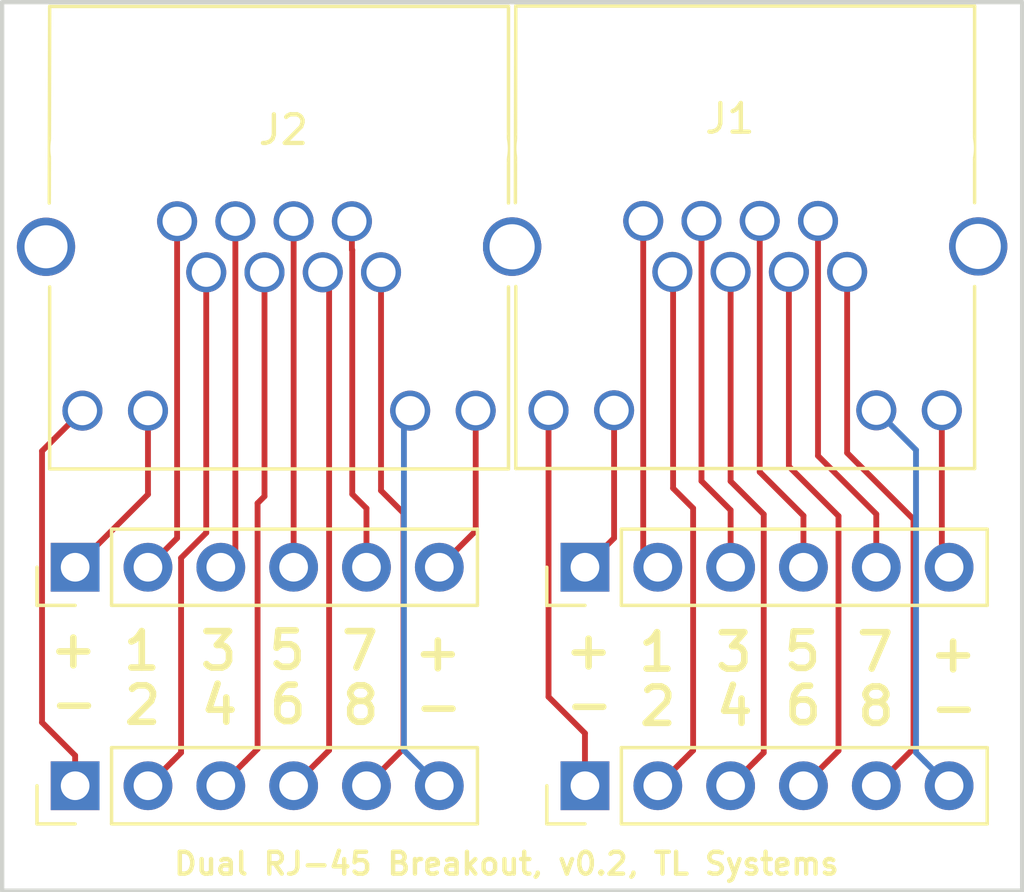
<source format=kicad_pcb>
(kicad_pcb (version 4) (host pcbnew 4.0.6)

  (general
    (links 24)
    (no_connects 0)
    (area 124.384999 87.554999 160.095001 118.693001)
    (thickness 1.6)
    (drawings 29)
    (tracks 84)
    (zones 0)
    (modules 6)
    (nets 25)
  )

  (page A4)
  (title_block
    (title "Dual RJ-45 Breakout")
    (date 2017-12-15)
    (rev 0.2)
    (company "TL Systems")
  )

  (layers
    (0 F.Cu signal)
    (31 B.Cu signal)
    (32 B.Adhes user)
    (33 F.Adhes user)
    (34 B.Paste user)
    (35 F.Paste user)
    (36 B.SilkS user)
    (37 F.SilkS user)
    (38 B.Mask user)
    (39 F.Mask user)
    (40 Dwgs.User user)
    (41 Cmts.User user)
    (42 Eco1.User user)
    (43 Eco2.User user)
    (44 Edge.Cuts user)
    (45 Margin user)
    (46 B.CrtYd user)
    (47 F.CrtYd user)
    (48 B.Fab user)
    (49 F.Fab user)
  )

  (setup
    (last_trace_width 0.2032)
    (user_trace_width 0.1524)
    (trace_clearance 0.2032)
    (zone_clearance 0.508)
    (zone_45_only no)
    (trace_min 0.1524)
    (segment_width 0.2)
    (edge_width 0.15)
    (via_size 6.096)
    (via_drill 4.064)
    (via_min_size 0.4318)
    (via_min_drill 0.3)
    (uvia_size 0.3)
    (uvia_drill 0.1)
    (uvias_allowed no)
    (uvia_min_size 0.2)
    (uvia_min_drill 0.1)
    (pcb_text_width 0.3)
    (pcb_text_size 1.5 1.5)
    (mod_edge_width 0.15)
    (mod_text_size 1 1)
    (mod_text_width 0.15)
    (pad_size 1.524 1.524)
    (pad_drill 0.762)
    (pad_to_mask_clearance 0.2)
    (aux_axis_origin 0 0)
    (visible_elements 7FFFFFFF)
    (pcbplotparams
      (layerselection 0x010fc_80000001)
      (usegerberextensions false)
      (excludeedgelayer true)
      (linewidth 0.101600)
      (plotframeref false)
      (viasonmask false)
      (mode 1)
      (useauxorigin false)
      (hpglpennumber 1)
      (hpglpenspeed 20)
      (hpglpendiameter 15)
      (hpglpenoverlay 2)
      (psnegative false)
      (psa4output false)
      (plotreference true)
      (plotvalue true)
      (plotinvisibletext false)
      (padsonsilk false)
      (subtractmaskfromsilk false)
      (outputformat 1)
      (mirror false)
      (drillshape 0)
      (scaleselection 1)
      (outputdirectory gerbers/))
  )

  (net 0 "")
  (net 1 "Net-(J1-Pad9)")
  (net 2 "Net-(J1-Pad10)")
  (net 3 "Net-(J1-Pad11)")
  (net 4 "Net-(J1-Pad12)")
  (net 5 "Net-(J1-Pad8)")
  (net 6 "Net-(J1-Pad6)")
  (net 7 "Net-(J1-Pad4)")
  (net 8 "Net-(J1-Pad2)")
  (net 9 "Net-(J1-Pad5)")
  (net 10 "Net-(J1-Pad3)")
  (net 11 "Net-(J1-Pad7)")
  (net 12 "Net-(J1-Pad1)")
  (net 13 "Net-(J2-Pad9)")
  (net 14 "Net-(J2-Pad10)")
  (net 15 "Net-(J2-Pad11)")
  (net 16 "Net-(J2-Pad12)")
  (net 17 "Net-(J2-Pad8)")
  (net 18 "Net-(J2-Pad6)")
  (net 19 "Net-(J2-Pad4)")
  (net 20 "Net-(J2-Pad2)")
  (net 21 "Net-(J2-Pad5)")
  (net 22 "Net-(J2-Pad3)")
  (net 23 "Net-(J2-Pad7)")
  (net 24 "Net-(J2-Pad1)")

  (net_class Default "This is the default net class."
    (clearance 0.2032)
    (trace_width 0.2032)
    (via_dia 6.096)
    (via_drill 4.064)
    (uvia_dia 0.3)
    (uvia_drill 0.1)
    (add_net "Net-(J1-Pad1)")
    (add_net "Net-(J1-Pad10)")
    (add_net "Net-(J1-Pad11)")
    (add_net "Net-(J1-Pad12)")
    (add_net "Net-(J1-Pad2)")
    (add_net "Net-(J1-Pad3)")
    (add_net "Net-(J1-Pad4)")
    (add_net "Net-(J1-Pad5)")
    (add_net "Net-(J1-Pad6)")
    (add_net "Net-(J1-Pad7)")
    (add_net "Net-(J1-Pad8)")
    (add_net "Net-(J1-Pad9)")
    (add_net "Net-(J2-Pad1)")
    (add_net "Net-(J2-Pad10)")
    (add_net "Net-(J2-Pad11)")
    (add_net "Net-(J2-Pad12)")
    (add_net "Net-(J2-Pad2)")
    (add_net "Net-(J2-Pad3)")
    (add_net "Net-(J2-Pad4)")
    (add_net "Net-(J2-Pad5)")
    (add_net "Net-(J2-Pad6)")
    (add_net "Net-(J2-Pad7)")
    (add_net "Net-(J2-Pad8)")
    (add_net "Net-(J2-Pad9)")
  )

  (module BreakoutBoards:RJ45_POE_wLEDs (layer F.Cu) (tedit 5A25E398) (tstamp 5A25F61E)
    (at 140.594619 85.493983 180)
    (descr "mod. jack, ethernet, 8P8C, RJ45 connector, 2 leds, shielded")
    (tags "RJHSE538X 8P8C RJ45 ethernet jack")
    (path /5A25F9A9)
    (fp_text reference J2 (at 6.1976 0.6477 360) (layer F.SilkS)
      (effects (font (size 1 1) (thickness 0.15)))
    )
    (fp_text value RJ45_POE_wLEDS (at 6.5405 3.302 360) (layer F.Fab)
      (effects (font (size 1 1) (thickness 0.15)))
    )
    (fp_line (start 14.478 5.08) (end 14.478 -11.303) (layer F.CrtYd) (width 0.05))
    (fp_line (start 14.478 -11.303) (end -1.778 -11.303) (layer F.CrtYd) (width 0.05))
    (fp_line (start -1.778 -11.303) (end -1.778 5.08) (layer F.CrtYd) (width 0.05))
    (fp_line (start -1.778 5.08) (end 14.478 5.08) (layer F.CrtYd) (width 0.05))
    (fp_line (start -1.651 -11.176) (end -1.651 -4.826) (layer F.SilkS) (width 0.12))
    (fp_line (start 14.351 -11.176) (end 14.351 -4.826) (layer F.SilkS) (width 0.12))
    (fp_line (start -1.651 4.953) (end 14.351 4.953) (layer F.SilkS) (width 0.12))
    (fp_line (start -1.651 4.953) (end -1.651 -1.905) (layer F.SilkS) (width 0.12))
    (fp_line (start 14.351 4.953) (end 14.3637 -1.905) (layer F.SilkS) (width 0.12))
    (fp_line (start -1.651 -11.176) (end 14.351 -11.176) (layer F.SilkS) (width 0.12))
    (pad 9 thru_hole circle (at 13.208 -9.144) (size 1.397 1.397) (drill 1.016) (layers *.Cu *.Mask)
      (net 13 "Net-(J2-Pad9)"))
    (pad 10 thru_hole circle (at 10.922 -9.144) (size 1.397 1.397) (drill 1.016) (layers *.Cu *.Mask)
      (net 14 "Net-(J2-Pad10)"))
    (pad 11 thru_hole circle (at 1.778 -9.144) (size 1.397 1.397) (drill 1.016) (layers *.Cu *.Mask)
      (net 15 "Net-(J2-Pad11)"))
    (pad 12 thru_hole circle (at -0.508 -9.144) (size 1.397 1.397) (drill 1.016) (layers *.Cu *.Mask)
      (net 16 "Net-(J2-Pad12)"))
    (pad 8 thru_hole circle (at 2.794 -4.318) (size 1.397 1.397) (drill 1.016) (layers *.Cu *.Mask)
      (net 17 "Net-(J2-Pad8)"))
    (pad 6 thru_hole circle (at 4.826 -4.318) (size 1.397 1.397) (drill 1.016) (layers *.Cu *.Mask)
      (net 18 "Net-(J2-Pad6)"))
    (pad 4 thru_hole circle (at 6.858 -4.318) (size 1.397 1.397) (drill 1.016) (layers *.Cu *.Mask)
      (net 19 "Net-(J2-Pad4)"))
    (pad 2 thru_hole circle (at 8.89 -4.318) (size 1.397 1.397) (drill 1.016) (layers *.Cu *.Mask)
      (net 20 "Net-(J2-Pad2)"))
    (pad 5 thru_hole circle (at 5.842 -2.54) (size 1.397 1.397) (drill 1.016) (layers *.Cu *.Mask)
      (net 21 "Net-(J2-Pad5)"))
    (pad 3 thru_hole circle (at 7.874 -2.54) (size 1.397 1.397) (drill 1.016) (layers *.Cu *.Mask)
      (net 22 "Net-(J2-Pad3)"))
    (pad 7 thru_hole circle (at 3.81 -2.54) (size 1.397 1.397) (drill 1.016) (layers *.Cu *.Mask)
      (net 23 "Net-(J2-Pad7)"))
    (pad 1 thru_hole circle (at 9.906 -2.54) (size 1.397 1.397) (drill 1.016) (layers *.Cu *.Mask)
      (net 24 "Net-(J2-Pad1)"))
    (pad "" np_thru_hole circle (at 12.7 0) (size 3.2512 3.2512) (drill 3.2512) (layers *.Cu *.Mask))
    (pad "" np_thru_hole circle (at 0 0) (size 3.2512 3.2512) (drill 3.2512) (layers *.Cu *.Mask))
    (pad 13 thru_hole circle (at 14.478 -3.429) (size 2.032 2.032) (drill 1.5) (layers *.Cu *.Mask))
    (pad 14 thru_hole circle (at -1.778 -3.429) (size 2.032 2.032) (drill 1.5748) (layers *.Cu *.Mask))
    (model ${KISYS3DMOD}/Connectors.3dshapes/RJHSE538X.wrl
      (at (xyz 0.14 0.06 0.12))
      (scale (xyz 0.4 0.4 0.4))
      (rotate (xyz -90 0 180))
    )
  )

  (module BreakoutBoards:RJ45_POE_wLEDs (layer F.Cu) (tedit 5A25E398) (tstamp 5A25F60A)
    (at 156.850619 85.481283 180)
    (descr "mod. jack, ethernet, 8P8C, RJ45 connector, 2 leds, shielded")
    (tags "RJHSE538X 8P8C RJ45 ethernet jack")
    (path /5A258AA0)
    (fp_text reference J1 (at 6.8834 1.0287 360) (layer F.SilkS)
      (effects (font (size 1 1) (thickness 0.15)))
    )
    (fp_text value RJ45_POE_wLEDS (at 6.5405 3.302 360) (layer F.Fab)
      (effects (font (size 1 1) (thickness 0.15)))
    )
    (fp_line (start 14.478 5.08) (end 14.478 -11.303) (layer F.CrtYd) (width 0.05))
    (fp_line (start 14.478 -11.303) (end -1.778 -11.303) (layer F.CrtYd) (width 0.05))
    (fp_line (start -1.778 -11.303) (end -1.778 5.08) (layer F.CrtYd) (width 0.05))
    (fp_line (start -1.778 5.08) (end 14.478 5.08) (layer F.CrtYd) (width 0.05))
    (fp_line (start -1.651 -11.176) (end -1.651 -4.826) (layer F.SilkS) (width 0.12))
    (fp_line (start 14.351 -11.176) (end 14.351 -4.826) (layer F.SilkS) (width 0.12))
    (fp_line (start -1.651 4.953) (end 14.351 4.953) (layer F.SilkS) (width 0.12))
    (fp_line (start -1.651 4.953) (end -1.651 -1.905) (layer F.SilkS) (width 0.12))
    (fp_line (start 14.351 4.953) (end 14.3637 -1.905) (layer F.SilkS) (width 0.12))
    (fp_line (start -1.651 -11.176) (end 14.351 -11.176) (layer F.SilkS) (width 0.12))
    (pad 9 thru_hole circle (at 13.208 -9.144) (size 1.397 1.397) (drill 1.016) (layers *.Cu *.Mask)
      (net 1 "Net-(J1-Pad9)"))
    (pad 10 thru_hole circle (at 10.922 -9.144) (size 1.397 1.397) (drill 1.016) (layers *.Cu *.Mask)
      (net 2 "Net-(J1-Pad10)"))
    (pad 11 thru_hole circle (at 1.778 -9.144) (size 1.397 1.397) (drill 1.016) (layers *.Cu *.Mask)
      (net 3 "Net-(J1-Pad11)"))
    (pad 12 thru_hole circle (at -0.508 -9.144) (size 1.397 1.397) (drill 1.016) (layers *.Cu *.Mask)
      (net 4 "Net-(J1-Pad12)"))
    (pad 8 thru_hole circle (at 2.794 -4.318) (size 1.397 1.397) (drill 1.016) (layers *.Cu *.Mask)
      (net 5 "Net-(J1-Pad8)"))
    (pad 6 thru_hole circle (at 4.826 -4.318) (size 1.397 1.397) (drill 1.016) (layers *.Cu *.Mask)
      (net 6 "Net-(J1-Pad6)"))
    (pad 4 thru_hole circle (at 6.858 -4.318) (size 1.397 1.397) (drill 1.016) (layers *.Cu *.Mask)
      (net 7 "Net-(J1-Pad4)"))
    (pad 2 thru_hole circle (at 8.89 -4.318) (size 1.397 1.397) (drill 1.016) (layers *.Cu *.Mask)
      (net 8 "Net-(J1-Pad2)"))
    (pad 5 thru_hole circle (at 5.842 -2.54) (size 1.397 1.397) (drill 1.016) (layers *.Cu *.Mask)
      (net 9 "Net-(J1-Pad5)"))
    (pad 3 thru_hole circle (at 7.874 -2.54) (size 1.397 1.397) (drill 1.016) (layers *.Cu *.Mask)
      (net 10 "Net-(J1-Pad3)"))
    (pad 7 thru_hole circle (at 3.81 -2.54) (size 1.397 1.397) (drill 1.016) (layers *.Cu *.Mask)
      (net 11 "Net-(J1-Pad7)"))
    (pad 1 thru_hole circle (at 9.906 -2.54) (size 1.397 1.397) (drill 1.016) (layers *.Cu *.Mask)
      (net 12 "Net-(J1-Pad1)"))
    (pad "" np_thru_hole circle (at 12.7 0) (size 3.2512 3.2512) (drill 3.2512) (layers *.Cu *.Mask))
    (pad "" np_thru_hole circle (at 0 0) (size 3.2512 3.2512) (drill 3.2512) (layers *.Cu *.Mask))
    (pad 13 thru_hole circle (at 14.478 -3.429) (size 2.032 2.032) (drill 1.5) (layers *.Cu *.Mask))
    (pad 14 thru_hole circle (at -1.778 -3.429) (size 2.032 2.032) (drill 1.5748) (layers *.Cu *.Mask))
    (model ${KISYS3DMOD}/Connectors.3dshapes/RJHSE538X.wrl
      (at (xyz 0.14 0.06 0.12))
      (scale (xyz 0.4 0.4 0.4))
      (rotate (xyz -90 0 180))
    )
  )

  (module BreakoutBoards:Pin_Header_Straight_1x06_Pitch2.54mm (layer F.Cu) (tedit 5A344B22) (tstamp 5A25EE04)
    (at 144.912619 107.718983 90)
    (descr "Through hole straight pin header, 1x06, 2.54mm pitch, single row")
    (tags "Through hole pin header THT 1x06 2.54mm single row")
    (path /5A25ED87)
    (fp_text reference J3 (at -0.0889 0.0762 180) (layer F.SilkS) hide
      (effects (font (size 1 1) (thickness 0.15)))
    )
    (fp_text value CONN_01X06 (at -0.0127 6.35 180) (layer F.Fab) hide
      (effects (font (size 0.254 0.254) (thickness 0.0635)))
    )
    (fp_line (start -0.635 -1.27) (end 1.27 -1.27) (layer F.Fab) (width 0.1))
    (fp_line (start 1.27 -1.27) (end 1.27 13.97) (layer F.Fab) (width 0.1))
    (fp_line (start 1.27 13.97) (end -1.27 13.97) (layer F.Fab) (width 0.1))
    (fp_line (start -1.27 13.97) (end -1.27 -0.635) (layer F.Fab) (width 0.1))
    (fp_line (start -1.27 -0.635) (end -0.635 -1.27) (layer F.Fab) (width 0.1))
    (fp_line (start -1.33 14.03) (end 1.33 14.03) (layer F.SilkS) (width 0.12))
    (fp_line (start -1.33 1.27) (end -1.33 14.03) (layer F.SilkS) (width 0.12))
    (fp_line (start 1.33 1.27) (end 1.33 14.03) (layer F.SilkS) (width 0.12))
    (fp_line (start -1.33 1.27) (end 1.33 1.27) (layer F.SilkS) (width 0.12))
    (fp_line (start -1.33 0) (end -1.33 -1.33) (layer F.SilkS) (width 0.12))
    (fp_line (start -1.33 -1.33) (end 0 -1.33) (layer F.SilkS) (width 0.12))
    (fp_line (start -1.8 -1.8) (end -1.8 14.5) (layer F.CrtYd) (width 0.05))
    (fp_line (start -1.8 14.5) (end 1.8 14.5) (layer F.CrtYd) (width 0.05))
    (fp_line (start 1.8 14.5) (end 1.8 -1.8) (layer F.CrtYd) (width 0.05))
    (fp_line (start 1.8 -1.8) (end -1.8 -1.8) (layer F.CrtYd) (width 0.05))
    (fp_text user %R (at 0 6.35 180) (layer F.Fab) hide
      (effects (font (size 1 1) (thickness 0.15)))
    )
    (pad 1 thru_hole rect (at 0 0 90) (size 1.7 1.7) (drill 1) (layers *.Cu *.Mask)
      (net 1 "Net-(J1-Pad9)"))
    (pad 2 thru_hole oval (at 0 2.54 90) (size 1.7 1.7) (drill 1) (layers *.Cu *.Mask)
      (net 8 "Net-(J1-Pad2)"))
    (pad 3 thru_hole oval (at 0 5.08 90) (size 1.7 1.7) (drill 1) (layers *.Cu *.Mask)
      (net 7 "Net-(J1-Pad4)"))
    (pad 4 thru_hole oval (at 0 7.62 90) (size 1.7 1.7) (drill 1) (layers *.Cu *.Mask)
      (net 6 "Net-(J1-Pad6)"))
    (pad 5 thru_hole oval (at 0 10.16 90) (size 1.7 1.7) (drill 1) (layers *.Cu *.Mask)
      (net 5 "Net-(J1-Pad8)"))
    (pad 6 thru_hole oval (at 0 12.7 90) (size 1.7 1.7) (drill 1) (layers *.Cu *.Mask)
      (net 3 "Net-(J1-Pad11)"))
    (model ${KISYS3DMOD}/Pin_Headers.3dshapes/Pin_Header_Straight_1x06_Pitch2.54mm.wrl
      (at (xyz 0 0 0))
      (scale (xyz 1 1 1))
      (rotate (xyz 0 0 0))
    )
  )

  (module BreakoutBoards:Pin_Header_Straight_1x06_Pitch2.54mm (layer F.Cu) (tedit 5A344B0E) (tstamp 5A25EE0E)
    (at 127.132619 107.718983 90)
    (descr "Through hole straight pin header, 1x06, 2.54mm pitch, single row")
    (tags "Through hole pin header THT 1x06 2.54mm single row")
    (path /5A25EF47)
    (fp_text reference J4 (at -0.0381 12.6492 180) (layer F.SilkS) hide
      (effects (font (size 1 1) (thickness 0.15)))
    )
    (fp_text value CONN_01X06 (at 0.0127 6.096 180) (layer F.Fab) hide
      (effects (font (size 0.254 0.254) (thickness 0.0635)))
    )
    (fp_line (start -0.635 -1.27) (end 1.27 -1.27) (layer F.Fab) (width 0.1))
    (fp_line (start 1.27 -1.27) (end 1.27 13.97) (layer F.Fab) (width 0.1))
    (fp_line (start 1.27 13.97) (end -1.27 13.97) (layer F.Fab) (width 0.1))
    (fp_line (start -1.27 13.97) (end -1.27 -0.635) (layer F.Fab) (width 0.1))
    (fp_line (start -1.27 -0.635) (end -0.635 -1.27) (layer F.Fab) (width 0.1))
    (fp_line (start -1.33 14.03) (end 1.33 14.03) (layer F.SilkS) (width 0.12))
    (fp_line (start -1.33 1.27) (end -1.33 14.03) (layer F.SilkS) (width 0.12))
    (fp_line (start 1.33 1.27) (end 1.33 14.03) (layer F.SilkS) (width 0.12))
    (fp_line (start -1.33 1.27) (end 1.33 1.27) (layer F.SilkS) (width 0.12))
    (fp_line (start -1.33 0) (end -1.33 -1.33) (layer F.SilkS) (width 0.12))
    (fp_line (start -1.33 -1.33) (end 0 -1.33) (layer F.SilkS) (width 0.12))
    (fp_line (start -1.8 -1.8) (end -1.8 14.5) (layer F.CrtYd) (width 0.05))
    (fp_line (start -1.8 14.5) (end 1.8 14.5) (layer F.CrtYd) (width 0.05))
    (fp_line (start 1.8 14.5) (end 1.8 -1.8) (layer F.CrtYd) (width 0.05))
    (fp_line (start 1.8 -1.8) (end -1.8 -1.8) (layer F.CrtYd) (width 0.05))
    (fp_text user %R (at 0 6.35 180) (layer F.Fab) hide
      (effects (font (size 1 1) (thickness 0.15)))
    )
    (pad 1 thru_hole rect (at 0 0 90) (size 1.7 1.7) (drill 1) (layers *.Cu *.Mask)
      (net 13 "Net-(J2-Pad9)"))
    (pad 2 thru_hole oval (at 0 2.54 90) (size 1.7 1.7) (drill 1) (layers *.Cu *.Mask)
      (net 20 "Net-(J2-Pad2)"))
    (pad 3 thru_hole oval (at 0 5.08 90) (size 1.7 1.7) (drill 1) (layers *.Cu *.Mask)
      (net 19 "Net-(J2-Pad4)"))
    (pad 4 thru_hole oval (at 0 7.62 90) (size 1.7 1.7) (drill 1) (layers *.Cu *.Mask)
      (net 18 "Net-(J2-Pad6)"))
    (pad 5 thru_hole oval (at 0 10.16 90) (size 1.7 1.7) (drill 1) (layers *.Cu *.Mask)
      (net 17 "Net-(J2-Pad8)"))
    (pad 6 thru_hole oval (at 0 12.7 90) (size 1.7 1.7) (drill 1) (layers *.Cu *.Mask)
      (net 15 "Net-(J2-Pad11)"))
    (model ${KISYS3DMOD}/Pin_Headers.3dshapes/Pin_Header_Straight_1x06_Pitch2.54mm.wrl
      (at (xyz 0 0 0))
      (scale (xyz 1 1 1))
      (rotate (xyz 0 0 0))
    )
  )

  (module BreakoutBoards:Pin_Header_Straight_1x06_Pitch2.54mm locked (layer F.Cu) (tedit 5A344B28) (tstamp 5A25EE18)
    (at 144.912619 100.098983 90)
    (descr "Through hole straight pin header, 1x06, 2.54mm pitch, single row")
    (tags "Through hole pin header THT 1x06 2.54mm single row")
    (path /5A25F0B4)
    (fp_text reference J5 (at -0.0762 -0.0127 180) (layer F.SilkS) hide
      (effects (font (size 1 1) (thickness 0.15)))
    )
    (fp_text value CONN_01X06 (at -0.2413 6.4516 180) (layer F.Fab) hide
      (effects (font (size 0.254 0.254) (thickness 0.0635)))
    )
    (fp_line (start -0.635 -1.27) (end 1.27 -1.27) (layer F.Fab) (width 0.1))
    (fp_line (start 1.27 -1.27) (end 1.27 13.97) (layer F.Fab) (width 0.1))
    (fp_line (start 1.27 13.97) (end -1.27 13.97) (layer F.Fab) (width 0.1))
    (fp_line (start -1.27 13.97) (end -1.27 -0.635) (layer F.Fab) (width 0.1))
    (fp_line (start -1.27 -0.635) (end -0.635 -1.27) (layer F.Fab) (width 0.1))
    (fp_line (start -1.33 14.03) (end 1.33 14.03) (layer F.SilkS) (width 0.12))
    (fp_line (start -1.33 1.27) (end -1.33 14.03) (layer F.SilkS) (width 0.12))
    (fp_line (start 1.33 1.27) (end 1.33 14.03) (layer F.SilkS) (width 0.12))
    (fp_line (start -1.33 1.27) (end 1.33 1.27) (layer F.SilkS) (width 0.12))
    (fp_line (start -1.33 0) (end -1.33 -1.33) (layer F.SilkS) (width 0.12))
    (fp_line (start -1.33 -1.33) (end 0 -1.33) (layer F.SilkS) (width 0.12))
    (fp_line (start -1.8 -1.8) (end -1.8 14.5) (layer F.CrtYd) (width 0.05))
    (fp_line (start -1.8 14.5) (end 1.8 14.5) (layer F.CrtYd) (width 0.05))
    (fp_line (start 1.8 14.5) (end 1.8 -1.8) (layer F.CrtYd) (width 0.05))
    (fp_line (start 1.8 -1.8) (end -1.8 -1.8) (layer F.CrtYd) (width 0.05))
    (fp_text user %R (at -0.2921 6.4643 180) (layer F.Fab) hide
      (effects (font (size 1 1) (thickness 0.15)))
    )
    (pad 1 thru_hole rect (at 0 0 90) (size 1.7 1.7) (drill 1) (layers *.Cu *.Mask)
      (net 2 "Net-(J1-Pad10)"))
    (pad 2 thru_hole oval (at 0 2.54 90) (size 1.7 1.7) (drill 1) (layers *.Cu *.Mask)
      (net 12 "Net-(J1-Pad1)"))
    (pad 3 thru_hole oval (at 0 5.08 90) (size 1.7 1.7) (drill 1) (layers *.Cu *.Mask)
      (net 10 "Net-(J1-Pad3)"))
    (pad 4 thru_hole oval (at 0 7.62 90) (size 1.7 1.7) (drill 1) (layers *.Cu *.Mask)
      (net 9 "Net-(J1-Pad5)"))
    (pad 5 thru_hole oval (at 0 10.16 90) (size 1.7 1.7) (drill 1) (layers *.Cu *.Mask)
      (net 11 "Net-(J1-Pad7)"))
    (pad 6 thru_hole oval (at 0 12.7 90) (size 1.7 1.7) (drill 1) (layers *.Cu *.Mask)
      (net 4 "Net-(J1-Pad12)"))
    (model ${KISYS3DMOD}/Pin_Headers.3dshapes/Pin_Header_Straight_1x06_Pitch2.54mm.wrl
      (at (xyz 0 0 0))
      (scale (xyz 1 1 1))
      (rotate (xyz 0 0 0))
    )
  )

  (module BreakoutBoards:Pin_Header_Straight_1x06_Pitch2.54mm (layer F.Cu) (tedit 5A344B16) (tstamp 5A25EE22)
    (at 127.132619 100.098983 90)
    (descr "Through hole straight pin header, 1x06, 2.54mm pitch, single row")
    (tags "Through hole pin header THT 1x06 2.54mm single row")
    (path /5A25F190)
    (fp_text reference J6 (at -0.0762 12.6111 180) (layer F.SilkS) hide
      (effects (font (size 1 1) (thickness 0.15)))
    )
    (fp_text value CONN_01X06 (at -0.0127 6.6675 180) (layer F.Fab) hide
      (effects (font (size 0.254 0.254) (thickness 0.0635)))
    )
    (fp_line (start -0.635 -1.27) (end 1.27 -1.27) (layer F.Fab) (width 0.1))
    (fp_line (start 1.27 -1.27) (end 1.27 13.97) (layer F.Fab) (width 0.1))
    (fp_line (start 1.27 13.97) (end -1.27 13.97) (layer F.Fab) (width 0.1))
    (fp_line (start -1.27 13.97) (end -1.27 -0.635) (layer F.Fab) (width 0.1))
    (fp_line (start -1.27 -0.635) (end -0.635 -1.27) (layer F.Fab) (width 0.1))
    (fp_line (start -1.33 14.03) (end 1.33 14.03) (layer F.SilkS) (width 0.12))
    (fp_line (start -1.33 1.27) (end -1.33 14.03) (layer F.SilkS) (width 0.12))
    (fp_line (start 1.33 1.27) (end 1.33 14.03) (layer F.SilkS) (width 0.12))
    (fp_line (start -1.33 1.27) (end 1.33 1.27) (layer F.SilkS) (width 0.12))
    (fp_line (start -1.33 0) (end -1.33 -1.33) (layer F.SilkS) (width 0.12))
    (fp_line (start -1.33 -1.33) (end 0 -1.33) (layer F.SilkS) (width 0.12))
    (fp_line (start -1.8 -1.8) (end -1.8 14.5) (layer F.CrtYd) (width 0.05))
    (fp_line (start -1.8 14.5) (end 1.8 14.5) (layer F.CrtYd) (width 0.05))
    (fp_line (start 1.8 14.5) (end 1.8 -1.8) (layer F.CrtYd) (width 0.05))
    (fp_line (start 1.8 -1.8) (end -1.8 -1.8) (layer F.CrtYd) (width 0.05))
    (fp_text user %R (at 0 6.35 180) (layer F.Fab) hide
      (effects (font (size 1 1) (thickness 0.15)))
    )
    (pad 1 thru_hole rect (at 0 0 90) (size 1.7 1.7) (drill 1) (layers *.Cu *.Mask)
      (net 14 "Net-(J2-Pad10)"))
    (pad 2 thru_hole oval (at 0 2.54 90) (size 1.7 1.7) (drill 1) (layers *.Cu *.Mask)
      (net 24 "Net-(J2-Pad1)"))
    (pad 3 thru_hole oval (at 0 5.08 90) (size 1.7 1.7) (drill 1) (layers *.Cu *.Mask)
      (net 22 "Net-(J2-Pad3)"))
    (pad 4 thru_hole oval (at 0 7.62 90) (size 1.7 1.7) (drill 1) (layers *.Cu *.Mask)
      (net 21 "Net-(J2-Pad5)"))
    (pad 5 thru_hole oval (at 0 10.16 90) (size 1.7 1.7) (drill 1) (layers *.Cu *.Mask)
      (net 23 "Net-(J2-Pad7)"))
    (pad 6 thru_hole oval (at 0 12.7 90) (size 1.7 1.7) (drill 1) (layers *.Cu *.Mask)
      (net 16 "Net-(J2-Pad12)"))
    (model ${KISYS3DMOD}/Pin_Headers.3dshapes/Pin_Header_Straight_1x06_Pitch2.54mm.wrl
      (at (xyz 0 0 0))
      (scale (xyz 1 1 1))
      (rotate (xyz 0 0 0))
    )
  )

  (gr_text "Dual RJ-45 Breakout, v0.2, TL Systems" (at 142.1765 110.4392) (layer F.SilkS)
    (effects (font (size 0.762 0.762) (thickness 0.1524)))
  )
  (gr_text + (at 139.781819 103.045383 360) (layer F.SilkS) (tstamp 5A344D00)
    (effects (font (size 1.27 1.27) (thickness 0.2286)))
  )
  (gr_text 8 (at 137.089419 104.912283 360) (layer F.SilkS) (tstamp 5A344CFF)
    (effects (font (size 1.27 1.27) (thickness 0.2286)))
  )
  (gr_text - (at 139.807219 104.937683 360) (layer F.SilkS) (tstamp 5A344CFE)
    (effects (font (size 1.27 1.27) (thickness 0.2286)))
  )
  (gr_text 7 (at 137.064019 103.019983 360) (layer F.SilkS) (tstamp 5A344CFD)
    (effects (font (size 1.27 1.27) (thickness 0.2286)))
  )
  (gr_text 6 (at 134.549419 104.886883 360) (layer F.SilkS) (tstamp 5A344CFC)
    (effects (font (size 1.27 1.27) (thickness 0.2286)))
  )
  (gr_text 3 (at 132.136419 103.019983 360) (layer F.SilkS) (tstamp 5A344CFB)
    (effects (font (size 1.27 1.27) (thickness 0.2286)))
  )
  (gr_text 4 (at 132.161819 104.912283 360) (layer F.SilkS) (tstamp 5A344CFA)
    (effects (font (size 1.27 1.27) (thickness 0.2286)))
  )
  (gr_text 5 (at 134.524019 102.994583 360) (layer F.SilkS) (tstamp 5A344CF9)
    (effects (font (size 1.27 1.27) (thickness 0.2286)))
  )
  (gr_text 1 (at 129.456719 103.019983 360) (layer F.SilkS) (tstamp 5A344CF8)
    (effects (font (size 1.27 1.27) (thickness 0.2286)))
  )
  (gr_text 2 (at 129.482119 104.912283 360) (layer F.SilkS) (tstamp 5A344CF7)
    (effects (font (size 1.27 1.27) (thickness 0.2286)))
  )
  (gr_text + (at 127.069119 102.943783 360) (layer F.SilkS) (tstamp 5A344CF6)
    (effects (font (size 1.27 1.27) (thickness 0.2286)))
  )
  (gr_text - (at 127.094519 104.836083 360) (layer F.SilkS) (tstamp 5A344CF5)
    (effects (font (size 1.27 1.27) (thickness 0.2286)))
  )
  (gr_text - (at 157.777719 104.975783 360) (layer F.SilkS) (tstamp 5A344C3C)
    (effects (font (size 1.27 1.27) (thickness 0.2286)))
  )
  (gr_text + (at 157.752319 103.083483 360) (layer F.SilkS) (tstamp 5A344C3B)
    (effects (font (size 1.27 1.27) (thickness 0.2286)))
  )
  (gr_text 8 (at 155.059919 104.950383 360) (layer F.SilkS) (tstamp 5A344C3A)
    (effects (font (size 1.27 1.27) (thickness 0.2286)))
  )
  (gr_text 7 (at 155.034519 103.058083 360) (layer F.SilkS) (tstamp 5A344C39)
    (effects (font (size 1.27 1.27) (thickness 0.2286)))
  )
  (gr_text 6 (at 152.519919 104.924983 360) (layer F.SilkS) (tstamp 5A344C38)
    (effects (font (size 1.27 1.27) (thickness 0.2286)))
  )
  (gr_text 5 (at 152.494519 103.032683 360) (layer F.SilkS) (tstamp 5A344C37)
    (effects (font (size 1.27 1.27) (thickness 0.2286)))
  )
  (gr_text 4 (at 150.132319 104.950383 360) (layer F.SilkS) (tstamp 5A344C36)
    (effects (font (size 1.27 1.27) (thickness 0.2286)))
  )
  (gr_text 3 (at 150.106919 103.058083 360) (layer F.SilkS) (tstamp 5A344C35)
    (effects (font (size 1.27 1.27) (thickness 0.2286)))
  )
  (gr_text 2 (at 147.452619 104.950383 360) (layer F.SilkS) (tstamp 5A344C34)
    (effects (font (size 1.27 1.27) (thickness 0.2286)))
  )
  (gr_text 1 (at 147.427219 103.058083 360) (layer F.SilkS) (tstamp 5A344C33)
    (effects (font (size 1.27 1.27) (thickness 0.2286)))
  )
  (gr_text - (at 145.065019 104.874183 360) (layer F.SilkS) (tstamp 5A344C2F)
    (effects (font (size 1.27 1.27) (thickness 0.2286)))
  )
  (gr_text + (at 145.039619 102.981883 360) (layer F.SilkS)
    (effects (font (size 1.27 1.27) (thickness 0.2286)))
  )
  (gr_line (start 124.587 111.379) (end 160.1597 111.379) (layer Edge.Cuts) (width 0.15))
  (gr_line (start 124.587 111.379) (end 124.587 80.391) (layer Edge.Cuts) (width 0.15))
  (gr_line (start 160.1597 80.391) (end 124.587 80.391) (layer Edge.Cuts) (width 0.15))
  (gr_line (start 160.1597 111.379) (end 160.1597 80.391) (layer Edge.Cuts) (width 0.15))

  (segment (start 143.642619 104.620183) (end 144.912619 105.890183) (width 0.2032) (layer F.Cu) (net 1))
  (segment (start 144.912619 105.890183) (end 144.912619 107.718983) (width 0.2032) (layer F.Cu) (net 1))
  (segment (start 143.642619 94.625283) (end 143.642619 104.620183) (width 0.2032) (layer F.Cu) (net 1))
  (segment (start 145.928619 94.625283) (end 145.928619 99.082983) (width 0.2032) (layer F.Cu) (net 2))
  (segment (start 145.928619 99.082983) (end 144.912619 100.098983) (width 0.2032) (layer F.Cu) (net 2))
  (segment (start 155.072619 94.625283) (end 156.457818 96.010482) (width 0.2032) (layer B.Cu) (net 3))
  (segment (start 156.457818 96.010482) (end 156.457818 106.564182) (width 0.2032) (layer B.Cu) (net 3))
  (segment (start 156.457818 106.564182) (end 156.76262 106.868984) (width 0.2032) (layer B.Cu) (net 3))
  (segment (start 156.76262 106.868984) (end 157.612619 107.718983) (width 0.2032) (layer B.Cu) (net 3))
  (segment (start 157.358619 94.625283) (end 157.358619 99.844983) (width 0.2032) (layer F.Cu) (net 4))
  (segment (start 157.358619 99.844983) (end 157.612619 100.098983) (width 0.2032) (layer F.Cu) (net 4))
  (segment (start 154.056619 89.799283) (end 154.056619 96.111183) (width 0.2032) (layer F.Cu) (net 5))
  (segment (start 154.056619 96.111183) (end 156.370849 98.425413) (width 0.2032) (layer F.Cu) (net 5))
  (segment (start 156.370849 98.425413) (end 156.370849 106.420753) (width 0.2032) (layer F.Cu) (net 5))
  (segment (start 156.370849 106.420753) (end 155.072619 107.718983) (width 0.2032) (layer F.Cu) (net 5))
  (segment (start 152.024619 89.799283) (end 152.024619 96.582853) (width 0.2032) (layer F.Cu) (net 6))
  (segment (start 153.755055 106.496547) (end 153.382618 106.868984) (width 0.2032) (layer F.Cu) (net 6))
  (segment (start 152.024619 96.582853) (end 153.755055 98.313289) (width 0.2032) (layer F.Cu) (net 6))
  (segment (start 153.755055 98.313289) (end 153.755055 106.496547) (width 0.2032) (layer F.Cu) (net 6))
  (segment (start 153.382618 106.868984) (end 152.532619 107.718983) (width 0.2032) (layer F.Cu) (net 6))
  (segment (start 149.992619 89.799283) (end 149.992619 97.099404) (width 0.2032) (layer F.Cu) (net 7))
  (segment (start 151.14742 98.254205) (end 151.14742 106.564182) (width 0.2032) (layer F.Cu) (net 7))
  (segment (start 150.842618 106.868984) (end 149.992619 107.718983) (width 0.2032) (layer F.Cu) (net 7))
  (segment (start 149.992619 97.099404) (end 151.14742 98.254205) (width 0.2032) (layer F.Cu) (net 7))
  (segment (start 151.14742 106.564182) (end 150.842618 106.868984) (width 0.2032) (layer F.Cu) (net 7))
  (segment (start 147.960619 89.799283) (end 147.986469 89.825133) (width 0.2032) (layer F.Cu) (net 8))
  (segment (start 147.986469 89.825133) (end 147.986469 97.34397) (width 0.2032) (layer F.Cu) (net 8))
  (segment (start 147.986469 97.34397) (end 148.685101 98.042602) (width 0.2032) (layer F.Cu) (net 8))
  (segment (start 148.685101 98.042602) (end 148.685101 106.486501) (width 0.2032) (layer F.Cu) (net 8))
  (segment (start 148.685101 106.486501) (end 148.302618 106.868984) (width 0.2032) (layer F.Cu) (net 8))
  (segment (start 148.302618 106.868984) (end 147.452619 107.718983) (width 0.2032) (layer F.Cu) (net 8))
  (segment (start 151.008619 88.021283) (end 151.008619 96.778459) (width 0.2032) (layer F.Cu) (net 9))
  (segment (start 151.008619 96.778459) (end 152.532619 98.302459) (width 0.2032) (layer F.Cu) (net 9))
  (segment (start 152.532619 98.302459) (end 152.532619 100.098983) (width 0.2032) (layer F.Cu) (net 9))
  (segment (start 148.976619 88.021283) (end 148.976619 97.09164) (width 0.2032) (layer F.Cu) (net 10))
  (segment (start 148.976619 97.09164) (end 149.992619 98.10764) (width 0.2032) (layer F.Cu) (net 10))
  (segment (start 149.992619 98.10764) (end 149.992619 100.098983) (width 0.2032) (layer F.Cu) (net 10))
  (segment (start 153.040619 88.021283) (end 153.040619 96.213736) (width 0.2032) (layer F.Cu) (net 11))
  (segment (start 153.040619 96.213736) (end 155.072619 98.245736) (width 0.2032) (layer F.Cu) (net 11))
  (segment (start 155.072619 98.245736) (end 155.072619 100.098983) (width 0.2032) (layer F.Cu) (net 11))
  (segment (start 146.944619 88.021283) (end 146.944619 99.590983) (width 0.2032) (layer F.Cu) (net 12))
  (segment (start 146.944619 99.590983) (end 147.452619 100.098983) (width 0.2032) (layer F.Cu) (net 12))
  (segment (start 127.386619 94.637983) (end 125.977818 96.046784) (width 0.2032) (layer F.Cu) (net 13))
  (segment (start 125.977818 96.046784) (end 125.977818 105.510982) (width 0.2032) (layer F.Cu) (net 13))
  (segment (start 125.977818 105.510982) (end 127.132619 106.665783) (width 0.2032) (layer F.Cu) (net 13))
  (segment (start 127.132619 106.665783) (end 127.132619 107.718983) (width 0.2032) (layer F.Cu) (net 13))
  (segment (start 129.672619 94.637983) (end 129.672619 97.558983) (width 0.2032) (layer F.Cu) (net 14))
  (segment (start 129.672619 97.558983) (end 127.132619 100.098983) (width 0.2032) (layer F.Cu) (net 14))
  (segment (start 138.816619 94.637983) (end 138.599135 94.855467) (width 0.2032) (layer B.Cu) (net 15))
  (segment (start 138.599135 94.855467) (end 138.599135 106.485499) (width 0.2032) (layer B.Cu) (net 15))
  (segment (start 138.599135 106.485499) (end 138.98262 106.868984) (width 0.2032) (layer B.Cu) (net 15))
  (segment (start 138.98262 106.868984) (end 139.832619 107.718983) (width 0.2032) (layer B.Cu) (net 15))
  (segment (start 141.102619 94.637983) (end 141.102619 98.828983) (width 0.2032) (layer F.Cu) (net 16))
  (segment (start 141.102619 98.828983) (end 139.832619 100.098983) (width 0.2032) (layer F.Cu) (net 16))
  (segment (start 137.800619 89.811983) (end 137.800619 97.425836) (width 0.2032) (layer F.Cu) (net 17))
  (segment (start 137.800619 97.425836) (end 138.584399 98.209616) (width 0.2032) (layer F.Cu) (net 17))
  (segment (start 138.584399 98.209616) (end 138.584399 106.427203) (width 0.2032) (layer F.Cu) (net 17))
  (segment (start 138.584399 106.427203) (end 138.142618 106.868984) (width 0.2032) (layer F.Cu) (net 17))
  (segment (start 138.142618 106.868984) (end 137.292619 107.718983) (width 0.2032) (layer F.Cu) (net 17))
  (segment (start 135.768619 89.811983) (end 135.768619 89.824149) (width 0.2032) (layer F.Cu) (net 18))
  (segment (start 135.768619 89.824149) (end 135.990081 90.045611) (width 0.2032) (layer F.Cu) (net 18))
  (segment (start 135.990081 90.045611) (end 135.990081 106.481521) (width 0.2032) (layer F.Cu) (net 18))
  (segment (start 135.990081 106.481521) (end 135.602618 106.868984) (width 0.2032) (layer F.Cu) (net 18))
  (segment (start 135.602618 106.868984) (end 134.752619 107.718983) (width 0.2032) (layer F.Cu) (net 18))
  (segment (start 133.736619 89.811983) (end 133.736619 97.624133) (width 0.2032) (layer F.Cu) (net 19))
  (segment (start 133.495226 106.436376) (end 133.062618 106.868984) (width 0.2032) (layer F.Cu) (net 19))
  (segment (start 133.736619 97.624133) (end 133.495226 97.865526) (width 0.2032) (layer F.Cu) (net 19))
  (segment (start 133.495226 97.865526) (end 133.495226 106.436376) (width 0.2032) (layer F.Cu) (net 19))
  (segment (start 133.062618 106.868984) (end 132.212619 107.718983) (width 0.2032) (layer F.Cu) (net 19))
  (segment (start 131.704619 89.811983) (end 131.704619 98.897877) (width 0.2032) (layer F.Cu) (net 20))
  (segment (start 131.704619 98.897877) (end 130.82742 99.775076) (width 0.2032) (layer F.Cu) (net 20))
  (segment (start 130.82742 99.775076) (end 130.82742 106.564182) (width 0.2032) (layer F.Cu) (net 20))
  (segment (start 130.82742 106.564182) (end 130.522618 106.868984) (width 0.2032) (layer F.Cu) (net 20))
  (segment (start 130.522618 106.868984) (end 129.672619 107.718983) (width 0.2032) (layer F.Cu) (net 20))
  (segment (start 134.752619 88.033983) (end 134.752619 100.098983) (width 0.2032) (layer F.Cu) (net 21))
  (segment (start 132.720619 88.033983) (end 132.720619 99.590983) (width 0.2032) (layer F.Cu) (net 22))
  (segment (start 132.720619 99.590983) (end 132.212619 100.098983) (width 0.2032) (layer F.Cu) (net 22))
  (segment (start 136.784619 88.033983) (end 136.784619 89.021811) (width 0.2032) (layer F.Cu) (net 23))
  (segment (start 136.784619 89.021811) (end 136.797318 89.03451) (width 0.2032) (layer F.Cu) (net 23))
  (segment (start 136.797318 89.03451) (end 136.797318 97.549845) (width 0.2032) (layer F.Cu) (net 23))
  (segment (start 136.797318 97.549845) (end 137.292619 98.045146) (width 0.2032) (layer F.Cu) (net 23))
  (segment (start 137.292619 98.045146) (end 137.292619 100.098983) (width 0.2032) (layer F.Cu) (net 23))
  (segment (start 130.688619 88.033983) (end 130.688619 99.082983) (width 0.2032) (layer F.Cu) (net 24))
  (segment (start 130.688619 99.082983) (end 129.672619 100.098983) (width 0.2032) (layer F.Cu) (net 24))

)

</source>
